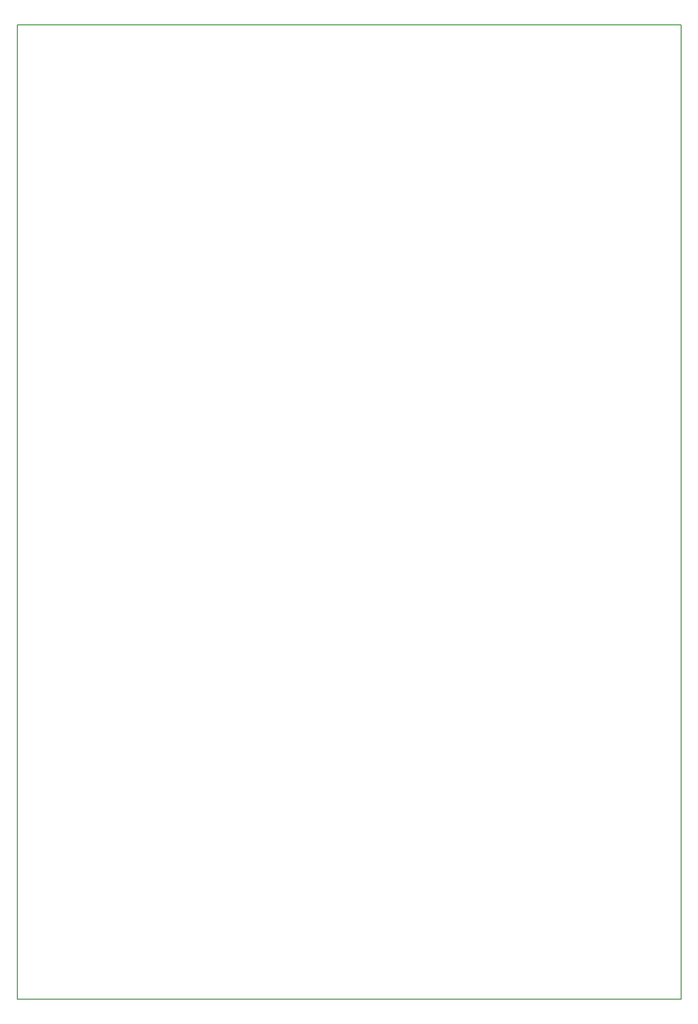
<source format=gko>
%FSLAX44Y44*%
%MOMM*%
G71*
G01*
G75*
G04 Layer_Color=16711935*
%ADD10C,0.5000*%
G04:AMPARAMS|DCode=11|XSize=1mm|YSize=0.95mm|CornerRadius=0.1995mm|HoleSize=0mm|Usage=FLASHONLY|Rotation=180.000|XOffset=0mm|YOffset=0mm|HoleType=Round|Shape=RoundedRectangle|*
%AMROUNDEDRECTD11*
21,1,1.0000,0.5510,0,0,180.0*
21,1,0.6010,0.9500,0,0,180.0*
1,1,0.3990,-0.3005,0.2755*
1,1,0.3990,0.3005,0.2755*
1,1,0.3990,0.3005,-0.2755*
1,1,0.3990,-0.3005,-0.2755*
%
%ADD11ROUNDEDRECTD11*%
G04:AMPARAMS|DCode=12|XSize=1mm|YSize=0.95mm|CornerRadius=0.1995mm|HoleSize=0mm|Usage=FLASHONLY|Rotation=270.000|XOffset=0mm|YOffset=0mm|HoleType=Round|Shape=RoundedRectangle|*
%AMROUNDEDRECTD12*
21,1,1.0000,0.5510,0,0,270.0*
21,1,0.6010,0.9500,0,0,270.0*
1,1,0.3990,-0.2755,-0.3005*
1,1,0.3990,-0.2755,0.3005*
1,1,0.3990,0.2755,0.3005*
1,1,0.3990,0.2755,-0.3005*
%
%ADD12ROUNDEDRECTD12*%
G04:AMPARAMS|DCode=13|XSize=2.7mm|YSize=1.15mm|CornerRadius=0.2013mm|HoleSize=0mm|Usage=FLASHONLY|Rotation=270.000|XOffset=0mm|YOffset=0mm|HoleType=Round|Shape=RoundedRectangle|*
%AMROUNDEDRECTD13*
21,1,2.7000,0.7475,0,0,270.0*
21,1,2.2975,1.1500,0,0,270.0*
1,1,0.4025,-0.3738,-1.1487*
1,1,0.4025,-0.3738,1.1487*
1,1,0.4025,0.3738,1.1487*
1,1,0.4025,0.3738,-1.1487*
%
%ADD13ROUNDEDRECTD13*%
G04:AMPARAMS|DCode=14|XSize=1.45mm|YSize=1.15mm|CornerRadius=0.2013mm|HoleSize=0mm|Usage=FLASHONLY|Rotation=90.000|XOffset=0mm|YOffset=0mm|HoleType=Round|Shape=RoundedRectangle|*
%AMROUNDEDRECTD14*
21,1,1.4500,0.7475,0,0,90.0*
21,1,1.0475,1.1500,0,0,90.0*
1,1,0.4025,0.3738,0.5238*
1,1,0.4025,0.3738,-0.5238*
1,1,0.4025,-0.3738,-0.5238*
1,1,0.4025,-0.3738,0.5238*
%
%ADD14ROUNDEDRECTD14*%
G04:AMPARAMS|DCode=15|XSize=0.62mm|YSize=0.62mm|CornerRadius=0.1488mm|HoleSize=0mm|Usage=FLASHONLY|Rotation=180.000|XOffset=0mm|YOffset=0mm|HoleType=Round|Shape=RoundedRectangle|*
%AMROUNDEDRECTD15*
21,1,0.6200,0.3224,0,0,180.0*
21,1,0.3224,0.6200,0,0,180.0*
1,1,0.2976,-0.1612,0.1612*
1,1,0.2976,0.1612,0.1612*
1,1,0.2976,0.1612,-0.1612*
1,1,0.2976,-0.1612,-0.1612*
%
%ADD15ROUNDEDRECTD15*%
G04:AMPARAMS|DCode=16|XSize=2.7mm|YSize=1.15mm|CornerRadius=0.2013mm|HoleSize=0mm|Usage=FLASHONLY|Rotation=0.000|XOffset=0mm|YOffset=0mm|HoleType=Round|Shape=RoundedRectangle|*
%AMROUNDEDRECTD16*
21,1,2.7000,0.7475,0,0,0.0*
21,1,2.2975,1.1500,0,0,0.0*
1,1,0.4025,1.1487,-0.3738*
1,1,0.4025,-1.1487,-0.3738*
1,1,0.4025,-1.1487,0.3738*
1,1,0.4025,1.1487,0.3738*
%
%ADD16ROUNDEDRECTD16*%
G04:AMPARAMS|DCode=17|XSize=1.45mm|YSize=1.15mm|CornerRadius=0.2013mm|HoleSize=0mm|Usage=FLASHONLY|Rotation=0.000|XOffset=0mm|YOffset=0mm|HoleType=Round|Shape=RoundedRectangle|*
%AMROUNDEDRECTD17*
21,1,1.4500,0.7475,0,0,0.0*
21,1,1.0475,1.1500,0,0,0.0*
1,1,0.4025,0.5238,-0.3738*
1,1,0.4025,-0.5238,-0.3738*
1,1,0.4025,-0.5238,0.3738*
1,1,0.4025,0.5238,0.3738*
%
%ADD17ROUNDEDRECTD17*%
G04:AMPARAMS|DCode=18|XSize=1.2mm|YSize=1.2mm|CornerRadius=0.198mm|HoleSize=0mm|Usage=FLASHONLY|Rotation=180.000|XOffset=0mm|YOffset=0mm|HoleType=Round|Shape=RoundedRectangle|*
%AMROUNDEDRECTD18*
21,1,1.2000,0.8040,0,0,180.0*
21,1,0.8040,1.2000,0,0,180.0*
1,1,0.3960,-0.4020,0.4020*
1,1,0.3960,0.4020,0.4020*
1,1,0.3960,0.4020,-0.4020*
1,1,0.3960,-0.4020,-0.4020*
%
%ADD18ROUNDEDRECTD18*%
G04:AMPARAMS|DCode=19|XSize=1.45mm|YSize=0.5mm|CornerRadius=0.2mm|HoleSize=0mm|Usage=FLASHONLY|Rotation=270.000|XOffset=0mm|YOffset=0mm|HoleType=Round|Shape=RoundedRectangle|*
%AMROUNDEDRECTD19*
21,1,1.4500,0.1000,0,0,270.0*
21,1,1.0500,0.5000,0,0,270.0*
1,1,0.4000,-0.0500,-0.5250*
1,1,0.4000,-0.0500,0.5250*
1,1,0.4000,0.0500,0.5250*
1,1,0.4000,0.0500,-0.5250*
%
%ADD19ROUNDEDRECTD19*%
G04:AMPARAMS|DCode=20|XSize=2.5mm|YSize=1.7mm|CornerRadius=0.204mm|HoleSize=0mm|Usage=FLASHONLY|Rotation=0.000|XOffset=0mm|YOffset=0mm|HoleType=Round|Shape=RoundedRectangle|*
%AMROUNDEDRECTD20*
21,1,2.5000,1.2920,0,0,0.0*
21,1,2.0920,1.7000,0,0,0.0*
1,1,0.4080,1.0460,-0.6460*
1,1,0.4080,-1.0460,-0.6460*
1,1,0.4080,-1.0460,0.6460*
1,1,0.4080,1.0460,0.6460*
%
%ADD20ROUNDEDRECTD20*%
G04:AMPARAMS|DCode=21|XSize=0.65mm|YSize=0.5mm|CornerRadius=0.2mm|HoleSize=0mm|Usage=FLASHONLY|Rotation=180.000|XOffset=0mm|YOffset=0mm|HoleType=Round|Shape=RoundedRectangle|*
%AMROUNDEDRECTD21*
21,1,0.6500,0.1000,0,0,180.0*
21,1,0.2500,0.5000,0,0,180.0*
1,1,0.4000,-0.1250,0.0500*
1,1,0.4000,0.1250,0.0500*
1,1,0.4000,0.1250,-0.0500*
1,1,0.4000,-0.1250,-0.0500*
%
%ADD21ROUNDEDRECTD21*%
G04:AMPARAMS|DCode=22|XSize=3.3mm|YSize=2.5mm|CornerRadius=0.2mm|HoleSize=0mm|Usage=FLASHONLY|Rotation=270.000|XOffset=0mm|YOffset=0mm|HoleType=Round|Shape=RoundedRectangle|*
%AMROUNDEDRECTD22*
21,1,3.3000,2.1000,0,0,270.0*
21,1,2.9000,2.5000,0,0,270.0*
1,1,0.4000,-1.0500,-1.4500*
1,1,0.4000,-1.0500,1.4500*
1,1,0.4000,1.0500,1.4500*
1,1,0.4000,1.0500,-1.4500*
%
%ADD22ROUNDEDRECTD22*%
%ADD23C,1.0000*%
G04:AMPARAMS|DCode=24|XSize=2.5mm|YSize=2mm|CornerRadius=0.2mm|HoleSize=0mm|Usage=FLASHONLY|Rotation=180.000|XOffset=0mm|YOffset=0mm|HoleType=Round|Shape=RoundedRectangle|*
%AMROUNDEDRECTD24*
21,1,2.5000,1.6000,0,0,180.0*
21,1,2.1000,2.0000,0,0,180.0*
1,1,0.4000,-1.0500,0.8000*
1,1,0.4000,1.0500,0.8000*
1,1,0.4000,1.0500,-0.8000*
1,1,0.4000,-1.0500,-0.8000*
%
%ADD24ROUNDEDRECTD24*%
G04:AMPARAMS|DCode=25|XSize=2.3mm|YSize=0.5mm|CornerRadius=0.2mm|HoleSize=0mm|Usage=FLASHONLY|Rotation=180.000|XOffset=0mm|YOffset=0mm|HoleType=Round|Shape=RoundedRectangle|*
%AMROUNDEDRECTD25*
21,1,2.3000,0.1000,0,0,180.0*
21,1,1.9000,0.5000,0,0,180.0*
1,1,0.4000,-0.9500,0.0500*
1,1,0.4000,0.9500,0.0500*
1,1,0.4000,0.9500,-0.0500*
1,1,0.4000,-0.9500,-0.0500*
%
%ADD25ROUNDEDRECTD25*%
G04:AMPARAMS|DCode=26|XSize=5.1mm|YSize=4.35mm|CornerRadius=0.1958mm|HoleSize=0mm|Usage=FLASHONLY|Rotation=270.000|XOffset=0mm|YOffset=0mm|HoleType=Round|Shape=RoundedRectangle|*
%AMROUNDEDRECTD26*
21,1,5.1000,3.9585,0,0,270.0*
21,1,4.7085,4.3500,0,0,270.0*
1,1,0.3915,-1.9792,-2.3542*
1,1,0.3915,-1.9792,2.3542*
1,1,0.3915,1.9792,2.3542*
1,1,0.3915,1.9792,-2.3542*
%
%ADD26ROUNDEDRECTD26*%
%ADD27O,0.6000X1.4000*%
%ADD28O,1.4000X0.6000*%
G04:AMPARAMS|DCode=29|XSize=1.05mm|YSize=0.65mm|CornerRadius=0.2015mm|HoleSize=0mm|Usage=FLASHONLY|Rotation=270.000|XOffset=0mm|YOffset=0mm|HoleType=Round|Shape=RoundedRectangle|*
%AMROUNDEDRECTD29*
21,1,1.0500,0.2470,0,0,270.0*
21,1,0.6470,0.6500,0,0,270.0*
1,1,0.4030,-0.1235,-0.3235*
1,1,0.4030,-0.1235,0.3235*
1,1,0.4030,0.1235,0.3235*
1,1,0.4030,0.1235,-0.3235*
%
%ADD29ROUNDEDRECTD29*%
G04:AMPARAMS|DCode=30|XSize=1mm|YSize=0.9mm|CornerRadius=0.198mm|HoleSize=0mm|Usage=FLASHONLY|Rotation=270.000|XOffset=0mm|YOffset=0mm|HoleType=Round|Shape=RoundedRectangle|*
%AMROUNDEDRECTD30*
21,1,1.0000,0.5040,0,0,270.0*
21,1,0.6040,0.9000,0,0,270.0*
1,1,0.3960,-0.2520,-0.3020*
1,1,0.3960,-0.2520,0.3020*
1,1,0.3960,0.2520,0.3020*
1,1,0.3960,0.2520,-0.3020*
%
%ADD30ROUNDEDRECTD30*%
G04:AMPARAMS|DCode=31|XSize=1mm|YSize=0.9mm|CornerRadius=0.198mm|HoleSize=0mm|Usage=FLASHONLY|Rotation=180.000|XOffset=0mm|YOffset=0mm|HoleType=Round|Shape=RoundedRectangle|*
%AMROUNDEDRECTD31*
21,1,1.0000,0.5040,0,0,180.0*
21,1,0.6040,0.9000,0,0,180.0*
1,1,0.3960,-0.3020,0.2520*
1,1,0.3960,0.3020,0.2520*
1,1,0.3960,0.3020,-0.2520*
1,1,0.3960,-0.3020,-0.2520*
%
%ADD31ROUNDEDRECTD31*%
G04:AMPARAMS|DCode=32|XSize=1.75mm|YSize=1.05mm|CornerRadius=0.1995mm|HoleSize=0mm|Usage=FLASHONLY|Rotation=270.000|XOffset=0mm|YOffset=0mm|HoleType=Round|Shape=RoundedRectangle|*
%AMROUNDEDRECTD32*
21,1,1.7500,0.6510,0,0,270.0*
21,1,1.3510,1.0500,0,0,270.0*
1,1,0.3990,-0.3255,-0.6755*
1,1,0.3990,-0.3255,0.6755*
1,1,0.3990,0.3255,0.6755*
1,1,0.3990,0.3255,-0.6755*
%
%ADD32ROUNDEDRECTD32*%
G04:AMPARAMS|DCode=33|XSize=1.75mm|YSize=1.05mm|CornerRadius=0.1995mm|HoleSize=0mm|Usage=FLASHONLY|Rotation=180.000|XOffset=0mm|YOffset=0mm|HoleType=Round|Shape=RoundedRectangle|*
%AMROUNDEDRECTD33*
21,1,1.7500,0.6510,0,0,180.0*
21,1,1.3510,1.0500,0,0,180.0*
1,1,0.3990,-0.6755,0.3255*
1,1,0.3990,0.6755,0.3255*
1,1,0.3990,0.6755,-0.3255*
1,1,0.3990,-0.6755,-0.3255*
%
%ADD33ROUNDEDRECTD33*%
G04:AMPARAMS|DCode=34|XSize=1.1mm|YSize=0.55mm|CornerRadius=0.2008mm|HoleSize=0mm|Usage=FLASHONLY|Rotation=180.000|XOffset=0mm|YOffset=0mm|HoleType=Round|Shape=RoundedRectangle|*
%AMROUNDEDRECTD34*
21,1,1.1000,0.1485,0,0,180.0*
21,1,0.6985,0.5500,0,0,180.0*
1,1,0.4015,-0.3493,0.0743*
1,1,0.4015,0.3493,0.0743*
1,1,0.4015,0.3493,-0.0743*
1,1,0.4015,-0.3493,-0.0743*
%
%ADD34ROUNDEDRECTD34*%
%ADD35O,0.6000X1.5500*%
G04:AMPARAMS|DCode=36|XSize=9.1mm|YSize=8.65mm|CornerRadius=0.2163mm|HoleSize=0mm|Usage=FLASHONLY|Rotation=0.000|XOffset=0mm|YOffset=0mm|HoleType=Round|Shape=RoundedRectangle|*
%AMROUNDEDRECTD36*
21,1,9.1000,8.2175,0,0,0.0*
21,1,8.6675,8.6500,0,0,0.0*
1,1,0.4325,4.3338,-4.1087*
1,1,0.4325,-4.3338,-4.1087*
1,1,0.4325,-4.3338,4.1087*
1,1,0.4325,4.3338,4.1087*
%
%ADD36ROUNDEDRECTD36*%
G04:AMPARAMS|DCode=37|XSize=3.75mm|YSize=1.05mm|CornerRadius=0.1995mm|HoleSize=0mm|Usage=FLASHONLY|Rotation=270.000|XOffset=0mm|YOffset=0mm|HoleType=Round|Shape=RoundedRectangle|*
%AMROUNDEDRECTD37*
21,1,3.7500,0.6510,0,0,270.0*
21,1,3.3510,1.0500,0,0,270.0*
1,1,0.3990,-0.3255,-1.6755*
1,1,0.3990,-0.3255,1.6755*
1,1,0.3990,0.3255,1.6755*
1,1,0.3990,0.3255,-1.6755*
%
%ADD37ROUNDEDRECTD37*%
G04:AMPARAMS|DCode=38|XSize=6.45mm|YSize=6mm|CornerRadius=0.21mm|HoleSize=0mm|Usage=FLASHONLY|Rotation=270.000|XOffset=0mm|YOffset=0mm|HoleType=Round|Shape=RoundedRectangle|*
%AMROUNDEDRECTD38*
21,1,6.4500,5.5800,0,0,270.0*
21,1,6.0300,6.0000,0,0,270.0*
1,1,0.4200,-2.7900,-3.0150*
1,1,0.4200,-2.7900,3.0150*
1,1,0.4200,2.7900,3.0150*
1,1,0.4200,2.7900,-3.0150*
%
%ADD38ROUNDEDRECTD38*%
G04:AMPARAMS|DCode=39|XSize=2.85mm|YSize=1mm|CornerRadius=0.2mm|HoleSize=0mm|Usage=FLASHONLY|Rotation=270.000|XOffset=0mm|YOffset=0mm|HoleType=Round|Shape=RoundedRectangle|*
%AMROUNDEDRECTD39*
21,1,2.8500,0.6000,0,0,270.0*
21,1,2.4500,1.0000,0,0,270.0*
1,1,0.4000,-0.3000,-1.2250*
1,1,0.4000,-0.3000,1.2250*
1,1,0.4000,0.3000,1.2250*
1,1,0.4000,0.3000,-1.2250*
%
%ADD39ROUNDEDRECTD39*%
%ADD40O,1.5500X0.6000*%
%ADD41O,0.3000X1.5000*%
%ADD42O,1.5000X0.3000*%
%ADD43O,0.8500X0.2500*%
%ADD44C,0.2000*%
%ADD45R,0.2000X0.5500*%
G04:AMPARAMS|DCode=46|XSize=4.9mm|YSize=1.6mm|CornerRadius=0.2mm|HoleSize=0mm|Usage=FLASHONLY|Rotation=0.000|XOffset=0mm|YOffset=0mm|HoleType=Round|Shape=RoundedRectangle|*
%AMROUNDEDRECTD46*
21,1,4.9000,1.2000,0,0,0.0*
21,1,4.5000,1.6000,0,0,0.0*
1,1,0.4000,2.2500,-0.6000*
1,1,0.4000,-2.2500,-0.6000*
1,1,0.4000,-2.2500,0.6000*
1,1,0.4000,2.2500,0.6000*
%
%ADD46ROUNDEDRECTD46*%
G04:AMPARAMS|DCode=47|XSize=1.75mm|YSize=1.4mm|CornerRadius=0.203mm|HoleSize=0mm|Usage=FLASHONLY|Rotation=90.000|XOffset=0mm|YOffset=0mm|HoleType=Round|Shape=RoundedRectangle|*
%AMROUNDEDRECTD47*
21,1,1.7500,0.9940,0,0,90.0*
21,1,1.3440,1.4000,0,0,90.0*
1,1,0.4060,0.4970,0.6720*
1,1,0.4060,0.4970,-0.6720*
1,1,0.4060,-0.4970,-0.6720*
1,1,0.4060,-0.4970,0.6720*
%
%ADD47ROUNDEDRECTD47*%
G04:AMPARAMS|DCode=48|XSize=1.4mm|YSize=1.2mm|CornerRadius=0.198mm|HoleSize=0mm|Usage=FLASHONLY|Rotation=90.000|XOffset=0mm|YOffset=0mm|HoleType=Round|Shape=RoundedRectangle|*
%AMROUNDEDRECTD48*
21,1,1.4000,0.8040,0,0,90.0*
21,1,1.0040,1.2000,0,0,90.0*
1,1,0.3960,0.4020,0.5020*
1,1,0.3960,0.4020,-0.5020*
1,1,0.3960,-0.4020,-0.5020*
1,1,0.3960,-0.4020,0.5020*
%
%ADD48ROUNDEDRECTD48*%
G04:AMPARAMS|DCode=49|XSize=1.15mm|YSize=1.05mm|CornerRadius=0.1995mm|HoleSize=0mm|Usage=FLASHONLY|Rotation=90.000|XOffset=0mm|YOffset=0mm|HoleType=Round|Shape=RoundedRectangle|*
%AMROUNDEDRECTD49*
21,1,1.1500,0.6510,0,0,90.0*
21,1,0.7510,1.0500,0,0,90.0*
1,1,0.3990,0.3255,0.3755*
1,1,0.3990,0.3255,-0.3755*
1,1,0.3990,-0.3255,-0.3755*
1,1,0.3990,-0.3255,0.3755*
%
%ADD49ROUNDEDRECTD49*%
%ADD50O,0.3000X0.8000*%
%ADD51O,0.8000X0.3000*%
%ADD52R,0.3500X0.3500*%
%ADD53C,0.2500*%
%ADD54C,0.5000*%
%ADD55C,0.4000*%
%ADD56C,0.3000*%
%ADD57C,1.0000*%
%ADD58C,2.0000*%
%ADD59C,0.2000*%
%ADD60C,2.5000*%
%ADD61C,1.8500*%
%ADD62C,1.9000*%
%ADD63C,7.0000*%
%ADD64C,0.6000*%
%ADD65C,5.0000*%
%ADD66C,0.1500*%
%ADD67C,0.0375*%
%ADD68C,0.0425*%
%ADD69C,0.0250*%
%ADD70C,0.0000*%
%ADD71C,0.6500*%
G04:AMPARAMS|DCode=72|XSize=1.15mm|YSize=1.1mm|CornerRadius=0.2745mm|HoleSize=0mm|Usage=FLASHONLY|Rotation=180.000|XOffset=0mm|YOffset=0mm|HoleType=Round|Shape=RoundedRectangle|*
%AMROUNDEDRECTD72*
21,1,1.1500,0.5510,0,0,180.0*
21,1,0.6010,1.1000,0,0,180.0*
1,1,0.5490,-0.3005,0.2755*
1,1,0.5490,0.3005,0.2755*
1,1,0.5490,0.3005,-0.2755*
1,1,0.5490,-0.3005,-0.2755*
%
%ADD72ROUNDEDRECTD72*%
G04:AMPARAMS|DCode=73|XSize=1.15mm|YSize=1.1mm|CornerRadius=0.2745mm|HoleSize=0mm|Usage=FLASHONLY|Rotation=270.000|XOffset=0mm|YOffset=0mm|HoleType=Round|Shape=RoundedRectangle|*
%AMROUNDEDRECTD73*
21,1,1.1500,0.5510,0,0,270.0*
21,1,0.6010,1.1000,0,0,270.0*
1,1,0.5490,-0.2755,-0.3005*
1,1,0.5490,-0.2755,0.3005*
1,1,0.5490,0.2755,0.3005*
1,1,0.5490,0.2755,-0.3005*
%
%ADD73ROUNDEDRECTD73*%
G04:AMPARAMS|DCode=74|XSize=2.85mm|YSize=1.3mm|CornerRadius=0.2763mm|HoleSize=0mm|Usage=FLASHONLY|Rotation=270.000|XOffset=0mm|YOffset=0mm|HoleType=Round|Shape=RoundedRectangle|*
%AMROUNDEDRECTD74*
21,1,2.8500,0.7475,0,0,270.0*
21,1,2.2975,1.3000,0,0,270.0*
1,1,0.5525,-0.3738,-1.1487*
1,1,0.5525,-0.3738,1.1487*
1,1,0.5525,0.3738,1.1487*
1,1,0.5525,0.3738,-1.1487*
%
%ADD74ROUNDEDRECTD74*%
G04:AMPARAMS|DCode=75|XSize=1.6mm|YSize=1.3mm|CornerRadius=0.2763mm|HoleSize=0mm|Usage=FLASHONLY|Rotation=90.000|XOffset=0mm|YOffset=0mm|HoleType=Round|Shape=RoundedRectangle|*
%AMROUNDEDRECTD75*
21,1,1.6000,0.7475,0,0,90.0*
21,1,1.0475,1.3000,0,0,90.0*
1,1,0.5525,0.3738,0.5238*
1,1,0.5525,0.3738,-0.5238*
1,1,0.5525,-0.3738,-0.5238*
1,1,0.5525,-0.3738,0.5238*
%
%ADD75ROUNDEDRECTD75*%
G04:AMPARAMS|DCode=76|XSize=0.77mm|YSize=0.77mm|CornerRadius=0.2238mm|HoleSize=0mm|Usage=FLASHONLY|Rotation=180.000|XOffset=0mm|YOffset=0mm|HoleType=Round|Shape=RoundedRectangle|*
%AMROUNDEDRECTD76*
21,1,0.7700,0.3224,0,0,180.0*
21,1,0.3224,0.7700,0,0,180.0*
1,1,0.4476,-0.1612,0.1612*
1,1,0.4476,0.1612,0.1612*
1,1,0.4476,0.1612,-0.1612*
1,1,0.4476,-0.1612,-0.1612*
%
%ADD76ROUNDEDRECTD76*%
G04:AMPARAMS|DCode=77|XSize=2.85mm|YSize=1.3mm|CornerRadius=0.2763mm|HoleSize=0mm|Usage=FLASHONLY|Rotation=0.000|XOffset=0mm|YOffset=0mm|HoleType=Round|Shape=RoundedRectangle|*
%AMROUNDEDRECTD77*
21,1,2.8500,0.7475,0,0,0.0*
21,1,2.2975,1.3000,0,0,0.0*
1,1,0.5525,1.1487,-0.3738*
1,1,0.5525,-1.1487,-0.3738*
1,1,0.5525,-1.1487,0.3738*
1,1,0.5525,1.1487,0.3738*
%
%ADD77ROUNDEDRECTD77*%
G04:AMPARAMS|DCode=78|XSize=1.6mm|YSize=1.3mm|CornerRadius=0.2763mm|HoleSize=0mm|Usage=FLASHONLY|Rotation=0.000|XOffset=0mm|YOffset=0mm|HoleType=Round|Shape=RoundedRectangle|*
%AMROUNDEDRECTD78*
21,1,1.6000,0.7475,0,0,0.0*
21,1,1.0475,1.3000,0,0,0.0*
1,1,0.5525,0.5238,-0.3738*
1,1,0.5525,-0.5238,-0.3738*
1,1,0.5525,-0.5238,0.3738*
1,1,0.5525,0.5238,0.3738*
%
%ADD78ROUNDEDRECTD78*%
G04:AMPARAMS|DCode=79|XSize=1.35mm|YSize=1.35mm|CornerRadius=0.273mm|HoleSize=0mm|Usage=FLASHONLY|Rotation=180.000|XOffset=0mm|YOffset=0mm|HoleType=Round|Shape=RoundedRectangle|*
%AMROUNDEDRECTD79*
21,1,1.3500,0.8040,0,0,180.0*
21,1,0.8040,1.3500,0,0,180.0*
1,1,0.5460,-0.4020,0.4020*
1,1,0.5460,0.4020,0.4020*
1,1,0.5460,0.4020,-0.4020*
1,1,0.5460,-0.4020,-0.4020*
%
%ADD79ROUNDEDRECTD79*%
G04:AMPARAMS|DCode=80|XSize=1.6mm|YSize=0.65mm|CornerRadius=0.275mm|HoleSize=0mm|Usage=FLASHONLY|Rotation=270.000|XOffset=0mm|YOffset=0mm|HoleType=Round|Shape=RoundedRectangle|*
%AMROUNDEDRECTD80*
21,1,1.6000,0.1000,0,0,270.0*
21,1,1.0500,0.6500,0,0,270.0*
1,1,0.5500,-0.0500,-0.5250*
1,1,0.5500,-0.0500,0.5250*
1,1,0.5500,0.0500,0.5250*
1,1,0.5500,0.0500,-0.5250*
%
%ADD80ROUNDEDRECTD80*%
G04:AMPARAMS|DCode=81|XSize=2.65mm|YSize=1.85mm|CornerRadius=0.279mm|HoleSize=0mm|Usage=FLASHONLY|Rotation=0.000|XOffset=0mm|YOffset=0mm|HoleType=Round|Shape=RoundedRectangle|*
%AMROUNDEDRECTD81*
21,1,2.6500,1.2920,0,0,0.0*
21,1,2.0920,1.8500,0,0,0.0*
1,1,0.5580,1.0460,-0.6460*
1,1,0.5580,-1.0460,-0.6460*
1,1,0.5580,-1.0460,0.6460*
1,1,0.5580,1.0460,0.6460*
%
%ADD81ROUNDEDRECTD81*%
G04:AMPARAMS|DCode=82|XSize=0.8mm|YSize=0.65mm|CornerRadius=0.275mm|HoleSize=0mm|Usage=FLASHONLY|Rotation=180.000|XOffset=0mm|YOffset=0mm|HoleType=Round|Shape=RoundedRectangle|*
%AMROUNDEDRECTD82*
21,1,0.8000,0.1000,0,0,180.0*
21,1,0.2500,0.6500,0,0,180.0*
1,1,0.5500,-0.1250,0.0500*
1,1,0.5500,0.1250,0.0500*
1,1,0.5500,0.1250,-0.0500*
1,1,0.5500,-0.1250,-0.0500*
%
%ADD82ROUNDEDRECTD82*%
G04:AMPARAMS|DCode=83|XSize=3.45mm|YSize=2.65mm|CornerRadius=0.275mm|HoleSize=0mm|Usage=FLASHONLY|Rotation=270.000|XOffset=0mm|YOffset=0mm|HoleType=Round|Shape=RoundedRectangle|*
%AMROUNDEDRECTD83*
21,1,3.4500,2.1000,0,0,270.0*
21,1,2.9000,2.6500,0,0,270.0*
1,1,0.5500,-1.0500,-1.4500*
1,1,0.5500,-1.0500,1.4500*
1,1,0.5500,1.0500,1.4500*
1,1,0.5500,1.0500,-1.4500*
%
%ADD83ROUNDEDRECTD83*%
%ADD84C,2.0000*%
G04:AMPARAMS|DCode=85|XSize=2.65mm|YSize=2.15mm|CornerRadius=0.275mm|HoleSize=0mm|Usage=FLASHONLY|Rotation=180.000|XOffset=0mm|YOffset=0mm|HoleType=Round|Shape=RoundedRectangle|*
%AMROUNDEDRECTD85*
21,1,2.6500,1.6000,0,0,180.0*
21,1,2.1000,2.1500,0,0,180.0*
1,1,0.5500,-1.0500,0.8000*
1,1,0.5500,1.0500,0.8000*
1,1,0.5500,1.0500,-0.8000*
1,1,0.5500,-1.0500,-0.8000*
%
%ADD85ROUNDEDRECTD85*%
G04:AMPARAMS|DCode=86|XSize=2.45mm|YSize=0.65mm|CornerRadius=0.275mm|HoleSize=0mm|Usage=FLASHONLY|Rotation=180.000|XOffset=0mm|YOffset=0mm|HoleType=Round|Shape=RoundedRectangle|*
%AMROUNDEDRECTD86*
21,1,2.4500,0.1000,0,0,180.0*
21,1,1.9000,0.6500,0,0,180.0*
1,1,0.5500,-0.9500,0.0500*
1,1,0.5500,0.9500,0.0500*
1,1,0.5500,0.9500,-0.0500*
1,1,0.5500,-0.9500,-0.0500*
%
%ADD86ROUNDEDRECTD86*%
G04:AMPARAMS|DCode=87|XSize=5.25mm|YSize=4.5mm|CornerRadius=0.2707mm|HoleSize=0mm|Usage=FLASHONLY|Rotation=270.000|XOffset=0mm|YOffset=0mm|HoleType=Round|Shape=RoundedRectangle|*
%AMROUNDEDRECTD87*
21,1,5.2500,3.9585,0,0,270.0*
21,1,4.7085,4.5000,0,0,270.0*
1,1,0.5415,-1.9792,-2.3542*
1,1,0.5415,-1.9792,2.3542*
1,1,0.5415,1.9792,2.3542*
1,1,0.5415,1.9792,-2.3542*
%
%ADD87ROUNDEDRECTD87*%
%ADD88O,0.7500X1.5500*%
%ADD89O,1.5500X0.7500*%
G04:AMPARAMS|DCode=90|XSize=1.2mm|YSize=0.8mm|CornerRadius=0.2765mm|HoleSize=0mm|Usage=FLASHONLY|Rotation=270.000|XOffset=0mm|YOffset=0mm|HoleType=Round|Shape=RoundedRectangle|*
%AMROUNDEDRECTD90*
21,1,1.2000,0.2470,0,0,270.0*
21,1,0.6470,0.8000,0,0,270.0*
1,1,0.5530,-0.1235,-0.3235*
1,1,0.5530,-0.1235,0.3235*
1,1,0.5530,0.1235,0.3235*
1,1,0.5530,0.1235,-0.3235*
%
%ADD90ROUNDEDRECTD90*%
G04:AMPARAMS|DCode=91|XSize=1.15mm|YSize=1.05mm|CornerRadius=0.273mm|HoleSize=0mm|Usage=FLASHONLY|Rotation=270.000|XOffset=0mm|YOffset=0mm|HoleType=Round|Shape=RoundedRectangle|*
%AMROUNDEDRECTD91*
21,1,1.1500,0.5040,0,0,270.0*
21,1,0.6040,1.0500,0,0,270.0*
1,1,0.5460,-0.2520,-0.3020*
1,1,0.5460,-0.2520,0.3020*
1,1,0.5460,0.2520,0.3020*
1,1,0.5460,0.2520,-0.3020*
%
%ADD91ROUNDEDRECTD91*%
G04:AMPARAMS|DCode=92|XSize=1.15mm|YSize=1.05mm|CornerRadius=0.273mm|HoleSize=0mm|Usage=FLASHONLY|Rotation=180.000|XOffset=0mm|YOffset=0mm|HoleType=Round|Shape=RoundedRectangle|*
%AMROUNDEDRECTD92*
21,1,1.1500,0.5040,0,0,180.0*
21,1,0.6040,1.0500,0,0,180.0*
1,1,0.5460,-0.3020,0.2520*
1,1,0.5460,0.3020,0.2520*
1,1,0.5460,0.3020,-0.2520*
1,1,0.5460,-0.3020,-0.2520*
%
%ADD92ROUNDEDRECTD92*%
G04:AMPARAMS|DCode=93|XSize=1.9mm|YSize=1.2mm|CornerRadius=0.2745mm|HoleSize=0mm|Usage=FLASHONLY|Rotation=270.000|XOffset=0mm|YOffset=0mm|HoleType=Round|Shape=RoundedRectangle|*
%AMROUNDEDRECTD93*
21,1,1.9000,0.6510,0,0,270.0*
21,1,1.3510,1.2000,0,0,270.0*
1,1,0.5490,-0.3255,-0.6755*
1,1,0.5490,-0.3255,0.6755*
1,1,0.5490,0.3255,0.6755*
1,1,0.5490,0.3255,-0.6755*
%
%ADD93ROUNDEDRECTD93*%
G04:AMPARAMS|DCode=94|XSize=1.9mm|YSize=1.2mm|CornerRadius=0.2745mm|HoleSize=0mm|Usage=FLASHONLY|Rotation=180.000|XOffset=0mm|YOffset=0mm|HoleType=Round|Shape=RoundedRectangle|*
%AMROUNDEDRECTD94*
21,1,1.9000,0.6510,0,0,180.0*
21,1,1.3510,1.2000,0,0,180.0*
1,1,0.5490,-0.6755,0.3255*
1,1,0.5490,0.6755,0.3255*
1,1,0.5490,0.6755,-0.3255*
1,1,0.5490,-0.6755,-0.3255*
%
%ADD94ROUNDEDRECTD94*%
G04:AMPARAMS|DCode=95|XSize=1.25mm|YSize=0.7mm|CornerRadius=0.2758mm|HoleSize=0mm|Usage=FLASHONLY|Rotation=180.000|XOffset=0mm|YOffset=0mm|HoleType=Round|Shape=RoundedRectangle|*
%AMROUNDEDRECTD95*
21,1,1.2500,0.1485,0,0,180.0*
21,1,0.6985,0.7000,0,0,180.0*
1,1,0.5515,-0.3493,0.0743*
1,1,0.5515,0.3493,0.0743*
1,1,0.5515,0.3493,-0.0743*
1,1,0.5515,-0.3493,-0.0743*
%
%ADD95ROUNDEDRECTD95*%
%ADD96O,0.7500X1.7000*%
G04:AMPARAMS|DCode=97|XSize=9.25mm|YSize=8.8mm|CornerRadius=0.2913mm|HoleSize=0mm|Usage=FLASHONLY|Rotation=0.000|XOffset=0mm|YOffset=0mm|HoleType=Round|Shape=RoundedRectangle|*
%AMROUNDEDRECTD97*
21,1,9.2500,8.2175,0,0,0.0*
21,1,8.6675,8.8000,0,0,0.0*
1,1,0.5825,4.3338,-4.1087*
1,1,0.5825,-4.3338,-4.1087*
1,1,0.5825,-4.3338,4.1087*
1,1,0.5825,4.3338,4.1087*
%
%ADD97ROUNDEDRECTD97*%
G04:AMPARAMS|DCode=98|XSize=3.9mm|YSize=1.2mm|CornerRadius=0.2745mm|HoleSize=0mm|Usage=FLASHONLY|Rotation=270.000|XOffset=0mm|YOffset=0mm|HoleType=Round|Shape=RoundedRectangle|*
%AMROUNDEDRECTD98*
21,1,3.9000,0.6510,0,0,270.0*
21,1,3.3510,1.2000,0,0,270.0*
1,1,0.5490,-0.3255,-1.6755*
1,1,0.5490,-0.3255,1.6755*
1,1,0.5490,0.3255,1.6755*
1,1,0.5490,0.3255,-1.6755*
%
%ADD98ROUNDEDRECTD98*%
G04:AMPARAMS|DCode=99|XSize=6.6mm|YSize=6.15mm|CornerRadius=0.285mm|HoleSize=0mm|Usage=FLASHONLY|Rotation=270.000|XOffset=0mm|YOffset=0mm|HoleType=Round|Shape=RoundedRectangle|*
%AMROUNDEDRECTD99*
21,1,6.6000,5.5800,0,0,270.0*
21,1,6.0300,6.1500,0,0,270.0*
1,1,0.5700,-2.7900,-3.0150*
1,1,0.5700,-2.7900,3.0150*
1,1,0.5700,2.7900,3.0150*
1,1,0.5700,2.7900,-3.0150*
%
%ADD99ROUNDEDRECTD99*%
G04:AMPARAMS|DCode=100|XSize=3mm|YSize=1.15mm|CornerRadius=0.275mm|HoleSize=0mm|Usage=FLASHONLY|Rotation=270.000|XOffset=0mm|YOffset=0mm|HoleType=Round|Shape=RoundedRectangle|*
%AMROUNDEDRECTD100*
21,1,3.0000,0.6000,0,0,270.0*
21,1,2.4500,1.1500,0,0,270.0*
1,1,0.5500,-0.3000,-1.2250*
1,1,0.5500,-0.3000,1.2250*
1,1,0.5500,0.3000,1.2250*
1,1,0.5500,0.3000,-1.2250*
%
%ADD100ROUNDEDRECTD100*%
%ADD101O,1.7000X0.7500*%
%ADD102O,0.4000X1.6000*%
%ADD103O,1.6000X0.4000*%
%ADD104O,0.9500X0.3500*%
%ADD105C,0.4032*%
%ADD106R,0.3000X0.6500*%
G04:AMPARAMS|DCode=107|XSize=5.05mm|YSize=1.75mm|CornerRadius=0.275mm|HoleSize=0mm|Usage=FLASHONLY|Rotation=0.000|XOffset=0mm|YOffset=0mm|HoleType=Round|Shape=RoundedRectangle|*
%AMROUNDEDRECTD107*
21,1,5.0500,1.2000,0,0,0.0*
21,1,4.5000,1.7500,0,0,0.0*
1,1,0.5500,2.2500,-0.6000*
1,1,0.5500,-2.2500,-0.6000*
1,1,0.5500,-2.2500,0.6000*
1,1,0.5500,2.2500,0.6000*
%
%ADD107ROUNDEDRECTD107*%
G04:AMPARAMS|DCode=108|XSize=1.9mm|YSize=1.55mm|CornerRadius=0.278mm|HoleSize=0mm|Usage=FLASHONLY|Rotation=90.000|XOffset=0mm|YOffset=0mm|HoleType=Round|Shape=RoundedRectangle|*
%AMROUNDEDRECTD108*
21,1,1.9000,0.9940,0,0,90.0*
21,1,1.3440,1.5500,0,0,90.0*
1,1,0.5560,0.4970,0.6720*
1,1,0.5560,0.4970,-0.6720*
1,1,0.5560,-0.4970,-0.6720*
1,1,0.5560,-0.4970,0.6720*
%
%ADD108ROUNDEDRECTD108*%
G04:AMPARAMS|DCode=109|XSize=1.55mm|YSize=1.35mm|CornerRadius=0.273mm|HoleSize=0mm|Usage=FLASHONLY|Rotation=90.000|XOffset=0mm|YOffset=0mm|HoleType=Round|Shape=RoundedRectangle|*
%AMROUNDEDRECTD109*
21,1,1.5500,0.8040,0,0,90.0*
21,1,1.0040,1.3500,0,0,90.0*
1,1,0.5460,0.4020,0.5020*
1,1,0.5460,0.4020,-0.5020*
1,1,0.5460,-0.4020,-0.5020*
1,1,0.5460,-0.4020,0.5020*
%
%ADD109ROUNDEDRECTD109*%
G04:AMPARAMS|DCode=110|XSize=1.3mm|YSize=1.2mm|CornerRadius=0.2745mm|HoleSize=0mm|Usage=FLASHONLY|Rotation=90.000|XOffset=0mm|YOffset=0mm|HoleType=Round|Shape=RoundedRectangle|*
%AMROUNDEDRECTD110*
21,1,1.3000,0.6510,0,0,90.0*
21,1,0.7510,1.2000,0,0,90.0*
1,1,0.5490,0.3255,0.3755*
1,1,0.5490,0.3255,-0.3755*
1,1,0.5490,-0.3255,-0.3755*
1,1,0.5490,-0.3255,0.3755*
%
%ADD110ROUNDEDRECTD110*%
%ADD111O,0.4000X0.9000*%
%ADD112O,0.9000X0.4000*%
%ADD113R,0.5532X0.5532*%
%ADD114C,2.6500*%
%ADD115C,2.0000*%
%ADD116C,1.0500*%
%ADD117C,2.0500*%
%ADD118C,7.1500*%
%ADD119R,8.2000X83.7000*%
%ADD120R,8.6000X8.6000*%
%ADD121R,8.6000X83.7000*%
%ADD122R,8.6000X78.7000*%
D59*
X0Y0D02*
Y1760000D01*
Y0D02*
X1200000D01*
Y1760000D01*
X0D02*
X1200000D01*
M02*

</source>
